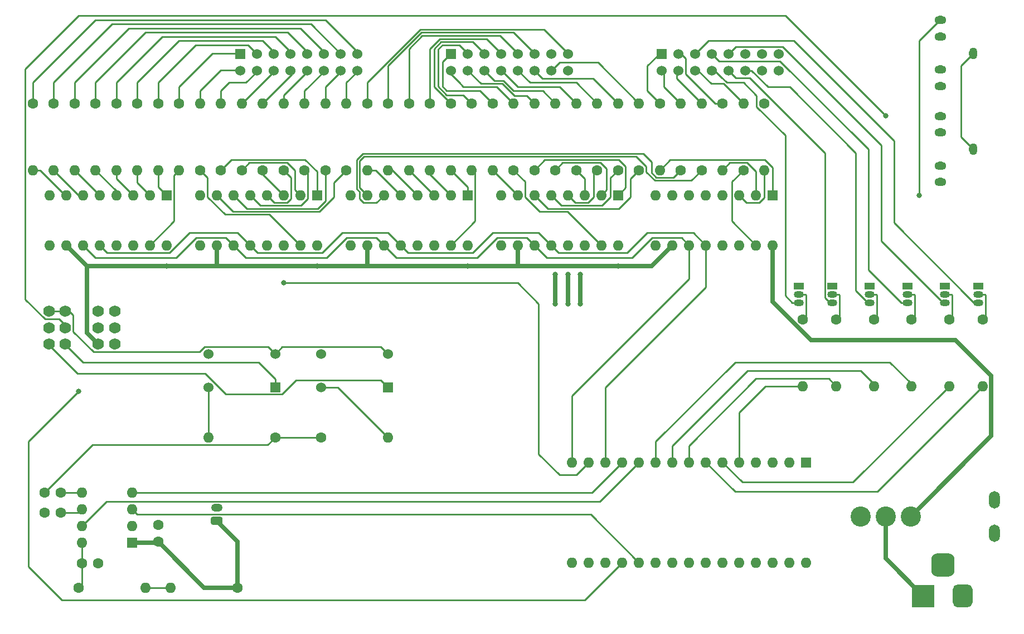
<source format=gtl>
G04 #@! TF.GenerationSoftware,KiCad,Pcbnew,(5.1.9)-1*
G04 #@! TF.CreationDate,2023-03-31T17:31:40-07:00*
G04 #@! TF.ProjectId,ECE5 v2,45434535-2076-4322-9e6b-696361645f70,rev?*
G04 #@! TF.SameCoordinates,Original*
G04 #@! TF.FileFunction,Copper,L1,Top*
G04 #@! TF.FilePolarity,Positive*
%FSLAX46Y46*%
G04 Gerber Fmt 4.6, Leading zero omitted, Abs format (unit mm)*
G04 Created by KiCad (PCBNEW (5.1.9)-1) date 2023-03-31 17:31:40*
%MOMM*%
%LPD*%
G01*
G04 APERTURE LIST*
G04 #@! TA.AperFunction,ComponentPad*
%ADD10R,3.500000X3.500000*%
G04 #@! TD*
G04 #@! TA.AperFunction,ComponentPad*
%ADD11O,1.600000X1.600000*%
G04 #@! TD*
G04 #@! TA.AperFunction,ComponentPad*
%ADD12R,1.600000X1.600000*%
G04 #@! TD*
G04 #@! TA.AperFunction,ComponentPad*
%ADD13C,1.600000*%
G04 #@! TD*
G04 #@! TA.AperFunction,ComponentPad*
%ADD14C,1.524000*%
G04 #@! TD*
G04 #@! TA.AperFunction,ComponentPad*
%ADD15R,1.524000X1.524000*%
G04 #@! TD*
G04 #@! TA.AperFunction,ComponentPad*
%ADD16O,1.778000X1.270000*%
G04 #@! TD*
G04 #@! TA.AperFunction,ComponentPad*
%ADD17O,1.270000X1.778000*%
G04 #@! TD*
G04 #@! TA.AperFunction,ComponentPad*
%ADD18O,1.750000X1.200000*%
G04 #@! TD*
G04 #@! TA.AperFunction,ComponentPad*
%ADD19R,1.500000X1.050000*%
G04 #@! TD*
G04 #@! TA.AperFunction,ComponentPad*
%ADD20O,1.500000X1.050000*%
G04 #@! TD*
G04 #@! TA.AperFunction,ComponentPad*
%ADD21C,1.762000*%
G04 #@! TD*
G04 #@! TA.AperFunction,ComponentPad*
%ADD22C,3.070000*%
G04 #@! TD*
G04 #@! TA.AperFunction,ComponentPad*
%ADD23O,1.662000X2.662000*%
G04 #@! TD*
G04 #@! TA.AperFunction,ViaPad*
%ADD24C,0.800000*%
G04 #@! TD*
G04 #@! TA.AperFunction,Conductor*
%ADD25C,0.254000*%
G04 #@! TD*
G04 #@! TA.AperFunction,Conductor*
%ADD26C,0.635000*%
G04 #@! TD*
G04 #@! TA.AperFunction,Conductor*
%ADD27C,0.250000*%
G04 #@! TD*
G04 APERTURE END LIST*
D10*
X167795000Y-120805000D03*
G04 #@! TA.AperFunction,ComponentPad*
G36*
G01*
X175295000Y-119805000D02*
X175295000Y-121805000D01*
G75*
G02*
X174545000Y-122555000I-750000J0D01*
G01*
X173045000Y-122555000D01*
G75*
G02*
X172295000Y-121805000I0J750000D01*
G01*
X172295000Y-119805000D01*
G75*
G02*
X173045000Y-119055000I750000J0D01*
G01*
X174545000Y-119055000D01*
G75*
G02*
X175295000Y-119805000I0J-750000D01*
G01*
G37*
G04 #@! TD.AperFunction*
G04 #@! TA.AperFunction,ComponentPad*
G36*
G01*
X172545000Y-115230000D02*
X172545000Y-116980000D01*
G75*
G02*
X171670000Y-117855000I-875000J0D01*
G01*
X169920000Y-117855000D01*
G75*
G02*
X169045000Y-116980000I0J875000D01*
G01*
X169045000Y-115230000D01*
G75*
G02*
X169920000Y-114355000I875000J0D01*
G01*
X171670000Y-114355000D01*
G75*
G02*
X172545000Y-115230000I0J-875000D01*
G01*
G37*
G04 #@! TD.AperFunction*
D11*
X121440000Y-67465000D03*
X103660000Y-59845000D03*
X118900000Y-67465000D03*
X106200000Y-59845000D03*
X116360000Y-67465000D03*
X108740000Y-59845000D03*
X113820000Y-67465000D03*
X111280000Y-59845000D03*
X111280000Y-67465000D03*
X113820000Y-59845000D03*
X108740000Y-67465000D03*
X116360000Y-59845000D03*
X106200000Y-67465000D03*
X118900000Y-59845000D03*
X103660000Y-67465000D03*
D12*
X121440000Y-59845000D03*
D13*
X39525000Y-119535000D03*
D11*
X49685000Y-119535000D03*
D14*
X59210000Y-89055000D03*
X59210000Y-83975000D03*
D15*
X69370000Y-89055000D03*
D14*
X69370000Y-83975000D03*
D12*
X150015000Y-100485000D03*
D11*
X116995000Y-115725000D03*
X147475000Y-100485000D03*
X119535000Y-115725000D03*
X144935000Y-100485000D03*
X122075000Y-115725000D03*
X142395000Y-100485000D03*
X124615000Y-115725000D03*
X139855000Y-100485000D03*
X127155000Y-115725000D03*
X137315000Y-100485000D03*
X129695000Y-115725000D03*
X134775000Y-100485000D03*
X132235000Y-115725000D03*
X132235000Y-100485000D03*
X134775000Y-115725000D03*
X129695000Y-100485000D03*
X137315000Y-115725000D03*
X127155000Y-100485000D03*
X139855000Y-115725000D03*
X124615000Y-100485000D03*
X142395000Y-115725000D03*
X122075000Y-100485000D03*
X144935000Y-115725000D03*
X119535000Y-100485000D03*
X147475000Y-115725000D03*
X116995000Y-100485000D03*
X150015000Y-115725000D03*
X114455000Y-100485000D03*
X114455000Y-115725000D03*
D13*
X36830000Y-105085000D03*
X34330000Y-105085000D03*
X40005000Y-115880000D03*
X42505000Y-115880000D03*
X51590000Y-110050000D03*
X51590000Y-112550000D03*
X36830000Y-108105000D03*
X34330000Y-108105000D03*
D16*
X170415000Y-33255000D03*
X170415000Y-35755000D03*
X170415000Y-40755000D03*
X170415000Y-43255000D03*
D17*
X175415000Y-38255000D03*
X175415000Y-52860000D03*
D16*
X170415000Y-57860000D03*
X170415000Y-55360000D03*
X170415000Y-50360000D03*
X170415000Y-47860000D03*
D14*
X74269914Y-40900000D03*
X71729914Y-40900000D03*
X76809914Y-40900000D03*
X79349914Y-40900000D03*
X81889914Y-40900000D03*
X69189914Y-40900000D03*
X66649914Y-40900000D03*
X64109914Y-40900000D03*
X74269914Y-38360000D03*
X76809914Y-38360000D03*
X71729914Y-38360000D03*
X79349914Y-38360000D03*
X81889914Y-38360000D03*
X69189914Y-38360000D03*
X66649914Y-38360000D03*
D15*
X64109914Y-38360000D03*
D14*
X106270000Y-40900000D03*
X103730000Y-40900000D03*
X108810000Y-40900000D03*
X111350000Y-40900000D03*
X113890000Y-40900000D03*
X101190000Y-40900000D03*
X98650000Y-40900000D03*
X96110000Y-40900000D03*
X106270000Y-38360000D03*
X108810000Y-38360000D03*
X103730000Y-38360000D03*
X111350000Y-38360000D03*
X113890000Y-38360000D03*
X101190000Y-38360000D03*
X98650000Y-38360000D03*
D15*
X96110000Y-38360000D03*
X128110086Y-38360000D03*
D14*
X130650086Y-38360000D03*
X133190086Y-38360000D03*
X145890086Y-38360000D03*
X143350086Y-38360000D03*
X135730086Y-38360000D03*
X140810086Y-38360000D03*
X138270086Y-38360000D03*
X128110086Y-40900000D03*
X130650086Y-40900000D03*
X133190086Y-40900000D03*
X145890086Y-40900000D03*
X143350086Y-40900000D03*
X140810086Y-40900000D03*
X135730086Y-40900000D03*
X138270086Y-40900000D03*
G04 #@! TA.AperFunction,ComponentPad*
G36*
G01*
X61105001Y-109975000D02*
X59854999Y-109975000D01*
G75*
G02*
X59605000Y-109725001I0J249999D01*
G01*
X59605000Y-109024999D01*
G75*
G02*
X59854999Y-108775000I249999J0D01*
G01*
X61105001Y-108775000D01*
G75*
G02*
X61355000Y-109024999I0J-249999D01*
G01*
X61355000Y-109725001D01*
G75*
G02*
X61105001Y-109975000I-249999J0D01*
G01*
G37*
G04 #@! TD.AperFunction*
D18*
X60480000Y-107375000D03*
D19*
X148900000Y-73660000D03*
D20*
X148900000Y-76200000D03*
X148900000Y-74930000D03*
D19*
X171125000Y-73660000D03*
D20*
X171125000Y-76200000D03*
X171125000Y-74930000D03*
X176205000Y-74930000D03*
X176205000Y-76200000D03*
D19*
X176205000Y-73660000D03*
D20*
X153980000Y-74930000D03*
X153980000Y-76200000D03*
D19*
X153980000Y-73660000D03*
X159695000Y-73660000D03*
D20*
X159695000Y-76200000D03*
X159695000Y-74930000D03*
X165410000Y-74930000D03*
X165410000Y-76200000D03*
D19*
X165410000Y-73660000D03*
D13*
X57940000Y-56035000D03*
D11*
X57940000Y-45875000D03*
X54765000Y-56035000D03*
D13*
X54765000Y-45875000D03*
D11*
X61115000Y-45875000D03*
D13*
X61115000Y-56035000D03*
D11*
X51590000Y-56035000D03*
D13*
X51590000Y-45875000D03*
X64290000Y-56035000D03*
D11*
X64290000Y-45875000D03*
D13*
X48415000Y-45875000D03*
D11*
X48415000Y-56035000D03*
X67465000Y-45875000D03*
D13*
X67465000Y-56035000D03*
D11*
X45240000Y-56035000D03*
D13*
X45240000Y-45875000D03*
X70640000Y-56035000D03*
D11*
X70640000Y-45875000D03*
D13*
X42065000Y-45875000D03*
D11*
X42065000Y-56035000D03*
X73815000Y-45875000D03*
D13*
X73815000Y-56035000D03*
D11*
X38890000Y-56035000D03*
D13*
X38890000Y-45875000D03*
X76355000Y-96675000D03*
D11*
X86515000Y-96675000D03*
X59210000Y-96675000D03*
D13*
X69370000Y-96675000D03*
X76990000Y-56035000D03*
D11*
X76990000Y-45875000D03*
D13*
X35715000Y-45875000D03*
D11*
X35715000Y-56035000D03*
X80165000Y-45875000D03*
D13*
X80165000Y-56035000D03*
D11*
X32540000Y-56035000D03*
D13*
X32540000Y-45875000D03*
X63655000Y-119535000D03*
D11*
X53495000Y-119535000D03*
X105565000Y-45875000D03*
D13*
X105565000Y-56035000D03*
X102390000Y-45875000D03*
D11*
X102390000Y-56035000D03*
D13*
X108740000Y-56035000D03*
D11*
X108740000Y-45875000D03*
D13*
X99215000Y-45875000D03*
D11*
X99215000Y-56035000D03*
D13*
X111915000Y-56035000D03*
D11*
X111915000Y-45875000D03*
D13*
X96040000Y-45875000D03*
D11*
X96040000Y-56035000D03*
X115090000Y-45875000D03*
D13*
X115090000Y-56035000D03*
D11*
X92865000Y-56035000D03*
D13*
X92865000Y-45875000D03*
D11*
X118265000Y-45875000D03*
D13*
X118265000Y-56035000D03*
D11*
X89690000Y-56035000D03*
D13*
X89690000Y-45875000D03*
X121440000Y-56035000D03*
D11*
X121440000Y-45875000D03*
X86515000Y-56035000D03*
D13*
X86515000Y-45875000D03*
D11*
X124615000Y-45875000D03*
D13*
X124615000Y-56035000D03*
X83340000Y-45875000D03*
D11*
X83340000Y-56035000D03*
X130965000Y-45875000D03*
D13*
X130965000Y-56035000D03*
D11*
X127790000Y-56035000D03*
D13*
X127790000Y-45875000D03*
X134140000Y-56035000D03*
D11*
X134140000Y-45875000D03*
D13*
X137315000Y-45875000D03*
D11*
X137315000Y-56035000D03*
X140490000Y-45875000D03*
D13*
X140490000Y-56035000D03*
D11*
X143665000Y-56035000D03*
D13*
X143665000Y-45875000D03*
X149535000Y-78740000D03*
D11*
X149535000Y-88900000D03*
X171760000Y-88900000D03*
D13*
X171760000Y-78740000D03*
X176840000Y-78740000D03*
D11*
X176840000Y-88900000D03*
D13*
X154615000Y-78740000D03*
D11*
X154615000Y-88900000D03*
X160330000Y-88900000D03*
D13*
X160330000Y-78740000D03*
X166045000Y-78740000D03*
D11*
X166045000Y-88900000D03*
D21*
X42494900Y-79999900D03*
X42494900Y-77499900D03*
X42494900Y-82499900D03*
X44994900Y-77499900D03*
X44994900Y-79999900D03*
X44994900Y-82499900D03*
X37494900Y-82499900D03*
X34994900Y-77499900D03*
X34994900Y-79999900D03*
X37494900Y-79999900D03*
X34994900Y-82499900D03*
X37494900Y-77499900D03*
D22*
X165890000Y-108740000D03*
X162080000Y-108740000D03*
X158270000Y-108740000D03*
D23*
X178590000Y-111280000D03*
X178590000Y-106200000D03*
D14*
X86515000Y-83975000D03*
D15*
X86515000Y-89055000D03*
D14*
X76355000Y-83975000D03*
X76355000Y-89055000D03*
D12*
X75720000Y-59845000D03*
D11*
X57940000Y-67465000D03*
X73180000Y-59845000D03*
X60480000Y-67465000D03*
X70640000Y-59845000D03*
X63020000Y-67465000D03*
X68100000Y-59845000D03*
X65560000Y-67465000D03*
X65560000Y-59845000D03*
X68100000Y-67465000D03*
X63020000Y-59845000D03*
X70640000Y-67465000D03*
X60480000Y-59845000D03*
X73180000Y-67465000D03*
X57940000Y-59845000D03*
X75720000Y-67465000D03*
X52860000Y-67465000D03*
X35080000Y-59845000D03*
X50320000Y-67465000D03*
X37620000Y-59845000D03*
X47780000Y-67465000D03*
X40160000Y-59845000D03*
X45240000Y-67465000D03*
X42700000Y-59845000D03*
X42700000Y-67465000D03*
X45240000Y-59845000D03*
X40160000Y-67465000D03*
X47780000Y-59845000D03*
X37620000Y-67465000D03*
X50320000Y-59845000D03*
X35080000Y-67465000D03*
D12*
X52860000Y-59845000D03*
X47625000Y-112705000D03*
D11*
X40005000Y-105085000D03*
X47625000Y-110165000D03*
X40005000Y-107625000D03*
X47625000Y-107625000D03*
X40005000Y-110165000D03*
X47625000Y-105085000D03*
X40005000Y-112705000D03*
D12*
X98580000Y-59845000D03*
D11*
X80800000Y-67465000D03*
X96040000Y-59845000D03*
X83340000Y-67465000D03*
X93500000Y-59845000D03*
X85880000Y-67465000D03*
X90960000Y-59845000D03*
X88420000Y-67465000D03*
X88420000Y-59845000D03*
X90960000Y-67465000D03*
X85880000Y-59845000D03*
X93500000Y-67465000D03*
X83340000Y-59845000D03*
X96040000Y-67465000D03*
X80800000Y-59845000D03*
X98580000Y-67465000D03*
D12*
X144935000Y-59845000D03*
D11*
X127155000Y-67465000D03*
X142395000Y-59845000D03*
X129695000Y-67465000D03*
X139855000Y-59845000D03*
X132235000Y-67465000D03*
X137315000Y-59845000D03*
X134775000Y-67465000D03*
X134775000Y-59845000D03*
X137315000Y-67465000D03*
X132235000Y-59845000D03*
X139855000Y-67465000D03*
X129695000Y-59845000D03*
X142395000Y-67465000D03*
X127155000Y-59845000D03*
X144935000Y-67465000D03*
D24*
X39525000Y-89690000D03*
X111915000Y-71910000D03*
X113820000Y-71910000D03*
X115725000Y-71910000D03*
X111915000Y-76355000D03*
X113820000Y-76355000D03*
X115725000Y-76355000D03*
X70640000Y-73180000D03*
X52860000Y-70640000D03*
X75720000Y-70640000D03*
X121440000Y-70640000D03*
X98580000Y-70640000D03*
X167160000Y-59845000D03*
X162080000Y-47780000D03*
D25*
X116360000Y-121440000D02*
X122075000Y-115725000D01*
X36985000Y-121440000D02*
X116360000Y-121440000D01*
X31905000Y-116360000D02*
X36985000Y-121440000D01*
X31905000Y-97310000D02*
X31905000Y-116360000D01*
X39525000Y-89690000D02*
X31905000Y-97310000D01*
D26*
X111915000Y-76355000D02*
X111915000Y-71910000D01*
X113820000Y-76355000D02*
X113820000Y-71910000D01*
X115725000Y-76355000D02*
X115725000Y-71910000D01*
D25*
X48424999Y-108424999D02*
X117314999Y-108424999D01*
X47625000Y-107625000D02*
X48424999Y-108424999D01*
X117314999Y-108424999D02*
X124615000Y-115725000D01*
X149535000Y-88900000D02*
X147955000Y-88900000D01*
X149535000Y-88900000D02*
X143820000Y-88900000D01*
X143820000Y-88900000D02*
X139855000Y-92865000D01*
X139855000Y-92865000D02*
X139855000Y-100485000D01*
X157142999Y-103517001D02*
X171605000Y-89055000D01*
X147967001Y-103517001D02*
X140347001Y-103517001D01*
X147967001Y-103517001D02*
X157142999Y-103517001D01*
X140347001Y-103517001D02*
X137315000Y-100485000D01*
X160810000Y-104930000D02*
X162080000Y-103660000D01*
X162080000Y-103660000D02*
X176685000Y-89055000D01*
X134775000Y-100485000D02*
X139220000Y-104930000D01*
X139220000Y-104930000D02*
X160810000Y-104930000D01*
X154615000Y-88900000D02*
X153487999Y-87772999D01*
X132235000Y-100485000D02*
X132235000Y-97945000D01*
X142407001Y-87772999D02*
X144922999Y-87772999D01*
X132235000Y-97945000D02*
X142407001Y-87772999D01*
X153487999Y-87772999D02*
X144922999Y-87772999D01*
X160175000Y-88420000D02*
X158270000Y-86515000D01*
X160810000Y-88420000D02*
X160175000Y-88420000D01*
X129695000Y-100485000D02*
X129695000Y-97945000D01*
X141125000Y-86515000D02*
X141760000Y-86515000D01*
X129695000Y-97945000D02*
X141125000Y-86515000D01*
X158270000Y-86515000D02*
X141760000Y-86515000D01*
X165890000Y-88420000D02*
X162715000Y-85245000D01*
X127155000Y-100485000D02*
X127155000Y-97310000D01*
X139220000Y-85245000D02*
X141125000Y-85245000D01*
X127155000Y-97310000D02*
X139220000Y-85245000D01*
X162715000Y-85245000D02*
X141125000Y-85245000D01*
X43335000Y-106835000D02*
X40005000Y-110165000D01*
X43722010Y-106447990D02*
X43335000Y-106835000D01*
X118652010Y-106447990D02*
X124615000Y-100485000D01*
X118652010Y-106447990D02*
X43722010Y-106447990D01*
X47625000Y-105085000D02*
X117475000Y-105085000D01*
X117475000Y-105085000D02*
X122075000Y-100485000D01*
X119535000Y-100485000D02*
X119535000Y-89055000D01*
X119535000Y-89055000D02*
X134775000Y-73815000D01*
X134775000Y-73815000D02*
X134775000Y-67465000D01*
X43827001Y-68592001D02*
X42700000Y-67465000D01*
X65560000Y-67465000D02*
X66687001Y-68592001D01*
X110152999Y-66337999D02*
X111280000Y-67465000D01*
X56384002Y-65560000D02*
X53352001Y-68592001D01*
X63655000Y-65560000D02*
X56384002Y-65560000D01*
X65560000Y-67465000D02*
X63655000Y-65560000D01*
X53352001Y-68592001D02*
X43827001Y-68592001D01*
X53400961Y-68592001D02*
X53352001Y-68592001D01*
X76497999Y-68592001D02*
X73322999Y-68592001D01*
X79530000Y-65560000D02*
X76497999Y-68592001D01*
X86515000Y-65560000D02*
X79530000Y-65560000D01*
X88420000Y-67465000D02*
X86515000Y-65560000D01*
X73322999Y-68592001D02*
X73720961Y-68592001D01*
X66687001Y-68592001D02*
X73322999Y-68592001D01*
X89547001Y-68592001D02*
X99357999Y-68592001D01*
X88420000Y-67465000D02*
X89547001Y-68592001D01*
X99357999Y-68592001D02*
X102390000Y-65560000D01*
X109375000Y-65560000D02*
X110152999Y-66337999D01*
X102390000Y-65560000D02*
X109375000Y-65560000D01*
X112407001Y-68592001D02*
X111280000Y-67465000D01*
X122852999Y-68592001D02*
X112407001Y-68592001D01*
X125885000Y-65560000D02*
X122852999Y-68592001D01*
X132870000Y-65560000D02*
X125885000Y-65560000D01*
X134775000Y-67465000D02*
X132870000Y-65560000D01*
X70640000Y-73180000D02*
X70640000Y-73180000D01*
X84610000Y-73180000D02*
X70640000Y-73180000D01*
X106200000Y-73180000D02*
X84610000Y-73180000D01*
X109375000Y-76355000D02*
X106200000Y-73180000D01*
X109375000Y-99215000D02*
X109375000Y-76355000D01*
X115090000Y-102390000D02*
X112550000Y-102390000D01*
X112550000Y-102390000D02*
X109375000Y-99215000D01*
X116995000Y-100485000D02*
X115090000Y-102390000D01*
X40160000Y-67465000D02*
X41741011Y-69046011D01*
X41741011Y-69046011D02*
X42065000Y-69370000D01*
X57399039Y-66337999D02*
X61892999Y-66337999D01*
X54367038Y-69370000D02*
X57399039Y-66337999D01*
X42065000Y-69370000D02*
X54367038Y-69370000D01*
X61892999Y-66337999D02*
X63020000Y-67465000D01*
X64925000Y-69370000D02*
X64290000Y-68735000D01*
X77227038Y-69370000D02*
X64925000Y-69370000D01*
X80259039Y-66337999D02*
X77227038Y-69370000D01*
X84752999Y-66337999D02*
X80259039Y-66337999D01*
X64290000Y-68735000D02*
X63020000Y-67465000D01*
X85880000Y-67465000D02*
X84752999Y-66337999D01*
X107612999Y-66337999D02*
X103119039Y-66337999D01*
X103119039Y-66337999D02*
X101755000Y-67702038D01*
X108740000Y-67465000D02*
X107612999Y-66337999D01*
X101755000Y-67702038D02*
X100087038Y-69370000D01*
X100087038Y-69370000D02*
X87785000Y-69370000D01*
X87785000Y-69370000D02*
X85880000Y-67465000D01*
X108740000Y-67465000D02*
X110645000Y-69370000D01*
X126614039Y-66337999D02*
X131107999Y-66337999D01*
X123582038Y-69370000D02*
X126614039Y-66337999D01*
X110645000Y-69370000D02*
X123582038Y-69370000D01*
X131107999Y-66337999D02*
X132235000Y-67465000D01*
X114455000Y-100485000D02*
X114455000Y-90325000D01*
X114455000Y-90325000D02*
X132235000Y-72545000D01*
X132235000Y-72545000D02*
X132235000Y-67465000D01*
X36830000Y-105085000D02*
X40005000Y-105085000D01*
X76355000Y-96675000D02*
X69370000Y-96675000D01*
X69370000Y-96675000D02*
X68242999Y-97802001D01*
X41612999Y-97802001D02*
X47922999Y-97802001D01*
X34330000Y-105085000D02*
X41612999Y-97802001D01*
X47922999Y-97802001D02*
X46652999Y-97802001D01*
X68242999Y-97802001D02*
X47922999Y-97802001D01*
X40005000Y-112705000D02*
X40005000Y-115570000D01*
X40005000Y-115880000D02*
X40005000Y-119055000D01*
X40005000Y-119055000D02*
X39525000Y-119535000D01*
D26*
X47625000Y-112705000D02*
X51435000Y-112705000D01*
X63655000Y-119535000D02*
X58575000Y-119535000D01*
X58575000Y-119535000D02*
X51590000Y-112550000D01*
X63655000Y-119535000D02*
X63655000Y-112550000D01*
X63020000Y-111915000D02*
X60480000Y-109375000D01*
X62385000Y-111280000D02*
X63020000Y-111915000D01*
X63020000Y-111915000D02*
X63655000Y-112550000D01*
X52860000Y-70640000D02*
X56670000Y-70640000D01*
X56670000Y-70640000D02*
X57305000Y-70640000D01*
X126520000Y-70640000D02*
X129695000Y-67465000D01*
X60480000Y-70640000D02*
X60480000Y-67465000D01*
X56670000Y-70640000D02*
X60480000Y-70640000D01*
X60480000Y-70640000D02*
X75720000Y-70640000D01*
X106200000Y-67465000D02*
X106200000Y-70640000D01*
X106200000Y-70640000D02*
X121440000Y-70640000D01*
X121440000Y-70640000D02*
X126520000Y-70640000D01*
X178157501Y-87352501D02*
X178157501Y-96472499D01*
X178157501Y-96472499D02*
X165890000Y-108740000D01*
X172742451Y-81937451D02*
X178157501Y-87352501D01*
X150782549Y-81937451D02*
X172742451Y-81937451D01*
X144935000Y-76089902D02*
X150782549Y-81937451D01*
X144935000Y-67465000D02*
X144935000Y-76089902D01*
X98580000Y-70640000D02*
X106200000Y-70640000D01*
X83340000Y-67465000D02*
X83340000Y-70640000D01*
X83340000Y-70640000D02*
X98580000Y-70640000D01*
X75720000Y-70640000D02*
X83340000Y-70640000D01*
X40795000Y-70640000D02*
X37620000Y-67465000D01*
X40795000Y-70640000D02*
X52860000Y-70640000D01*
X40795000Y-80800000D02*
X41430000Y-81435000D01*
X40795000Y-70640000D02*
X40795000Y-80800000D01*
X41430000Y-81435000D02*
X42700000Y-82705000D01*
D25*
X36830000Y-108105000D02*
X39525000Y-108105000D01*
X39525000Y-108105000D02*
X40160000Y-107470000D01*
X70640000Y-45875000D02*
X70640000Y-44605000D01*
X70640000Y-44605000D02*
X74450000Y-40795000D01*
X67465000Y-45875000D02*
X71910000Y-41430000D01*
X71910000Y-41430000D02*
X71910000Y-40795000D01*
X73815000Y-45875000D02*
X73815000Y-43970000D01*
X73815000Y-43970000D02*
X76990000Y-40795000D01*
X76990000Y-45875000D02*
X76990000Y-43970000D01*
X76990000Y-43970000D02*
X76990000Y-43335000D01*
X76990000Y-43335000D02*
X79530000Y-40795000D01*
X78895000Y-41430000D02*
X79530000Y-40795000D01*
X80165000Y-45875000D02*
X80165000Y-42700000D01*
X80165000Y-42700000D02*
X82070000Y-40795000D01*
X64290000Y-45875000D02*
X69370000Y-40795000D01*
X61115000Y-45875000D02*
X61115000Y-43970000D01*
X61115000Y-43970000D02*
X62385000Y-42700000D01*
X62385000Y-42700000D02*
X64925000Y-42700000D01*
X64925000Y-42700000D02*
X66830000Y-40795000D01*
X57940000Y-45875000D02*
X57940000Y-43970000D01*
X57940000Y-43970000D02*
X61115000Y-40795000D01*
X61115000Y-40795000D02*
X64290000Y-40795000D01*
X42065000Y-45875000D02*
X42065000Y-42700000D01*
X42065000Y-42700000D02*
X49685000Y-35080000D01*
X49685000Y-35080000D02*
X71275000Y-35080000D01*
X71275000Y-35080000D02*
X74450000Y-38255000D01*
X38890000Y-45875000D02*
X38890000Y-42700000D01*
X38890000Y-42700000D02*
X47145000Y-34445000D01*
X47145000Y-34445000D02*
X73180000Y-34445000D01*
X73180000Y-34445000D02*
X76990000Y-38255000D01*
X45240000Y-45875000D02*
X45240000Y-42700000D01*
X45240000Y-42700000D02*
X52225000Y-35715000D01*
X52225000Y-35715000D02*
X69370000Y-35715000D01*
X69370000Y-35715000D02*
X71910000Y-38255000D01*
X35715000Y-42700000D02*
X35715000Y-45875000D01*
X44605000Y-33810000D02*
X35715000Y-42700000D01*
X74799914Y-33810000D02*
X44605000Y-33810000D01*
X79349914Y-38360000D02*
X74799914Y-33810000D01*
X32540000Y-45875000D02*
X32540000Y-42700000D01*
X32540000Y-42700000D02*
X42065000Y-33175000D01*
X42065000Y-33175000D02*
X76990000Y-33175000D01*
X76990000Y-33175000D02*
X82070000Y-38255000D01*
X48415000Y-45875000D02*
X48415000Y-42700000D01*
X48415000Y-42700000D02*
X54765000Y-36350000D01*
X54765000Y-36350000D02*
X66251636Y-36350000D01*
X66251636Y-36350000D02*
X67465000Y-36350000D01*
X67465000Y-36350000D02*
X69370000Y-38255000D01*
X51590000Y-45875000D02*
X51590000Y-43335000D01*
X51590000Y-43335000D02*
X51590000Y-42700000D01*
X66649914Y-38360000D02*
X65274914Y-36985000D01*
X57305000Y-36985000D02*
X51590000Y-42700000D01*
X65274914Y-36985000D02*
X57305000Y-36985000D01*
X54765000Y-45875000D02*
X54765000Y-43335000D01*
X54765000Y-43335000D02*
X59845000Y-38255000D01*
X59845000Y-38255000D02*
X64290000Y-38255000D01*
X95020999Y-39274001D02*
X96040000Y-38255000D01*
X100485000Y-43970000D02*
X95419132Y-43970000D01*
X102390000Y-45875000D02*
X100485000Y-43970000D01*
X95419132Y-43970000D02*
X94777066Y-43327934D01*
X94777066Y-43327934D02*
X94770000Y-43320868D01*
X94770000Y-43320868D02*
X94770000Y-39525000D01*
X94770000Y-39525000D02*
X96040000Y-38255000D01*
D27*
X99215000Y-45875000D02*
X99850000Y-45875000D01*
D25*
X94135000Y-37620000D02*
X94135000Y-42700000D01*
X94770000Y-36985000D02*
X94135000Y-37620000D01*
X97310000Y-36985000D02*
X94770000Y-36985000D01*
X98650000Y-38325000D02*
X97310000Y-36985000D01*
X98650000Y-38360000D02*
X98650000Y-38325000D01*
X94135000Y-42700000D02*
X94135000Y-43327934D01*
X94135000Y-43327934D02*
X95412066Y-44605000D01*
X95412066Y-44605000D02*
X97945000Y-44605000D01*
X97945000Y-44605000D02*
X99215000Y-45875000D01*
X96040000Y-45875000D02*
X93500000Y-43335000D01*
X94581943Y-36530990D02*
X99395990Y-36530990D01*
X93500000Y-37612934D02*
X94581943Y-36530990D01*
X93500000Y-43335000D02*
X93500000Y-37612934D01*
X99395990Y-36530990D02*
X101120000Y-38255000D01*
X83340000Y-45875000D02*
X83340000Y-42700000D01*
X83340000Y-42700000D02*
X90960000Y-35080000D01*
X91414010Y-34625990D02*
X110190990Y-34625990D01*
X90960000Y-35080000D02*
X91414010Y-34625990D01*
X110190990Y-34625990D02*
X113820000Y-38255000D01*
X92865000Y-37605866D02*
X94393886Y-36076980D01*
X92865000Y-45875000D02*
X92865000Y-37605866D01*
X94393886Y-36076980D02*
X95405000Y-36076980D01*
X95405000Y-36076980D02*
X101481980Y-36076980D01*
X101481980Y-36076980D02*
X103660000Y-38255000D01*
X105565000Y-35080000D02*
X108740000Y-38255000D01*
X91602066Y-35080000D02*
X105565000Y-35080000D01*
X86515000Y-40167066D02*
X91602066Y-35080000D01*
X86515000Y-45875000D02*
X86515000Y-40167066D01*
X103567970Y-35622970D02*
X106200000Y-38255000D01*
X91701162Y-35622970D02*
X103567970Y-35622970D01*
X89690000Y-37634132D02*
X91701162Y-35622970D01*
X89690000Y-45875000D02*
X89690000Y-37634132D01*
X97490990Y-42880990D02*
X96040000Y-41430000D01*
X96040000Y-41430000D02*
X96040000Y-40795000D01*
X97945000Y-43335000D02*
X96040000Y-41430000D01*
X97945000Y-43335000D02*
X103025000Y-43335000D01*
X103025000Y-43335000D02*
X105565000Y-45875000D01*
X100630990Y-42880990D02*
X103840990Y-42880990D01*
X98650000Y-40900000D02*
X100630990Y-42880990D01*
X105707999Y-44747999D02*
X107612999Y-44747999D01*
X103840990Y-42880990D02*
X105707999Y-44747999D01*
X107612999Y-44747999D02*
X108740000Y-45875000D01*
X102716980Y-42426980D02*
X101190000Y-40900000D01*
X104029047Y-42426980D02*
X102716980Y-42426980D01*
X105568533Y-43966467D02*
X104029047Y-42426980D01*
X110006467Y-43966467D02*
X105568533Y-43966467D01*
X111915000Y-45875000D02*
X110006467Y-43966467D01*
X112598000Y-39652000D02*
X112193000Y-40057000D01*
X118392000Y-39652000D02*
X112598000Y-39652000D01*
X112193000Y-40057000D02*
X111350000Y-40900000D01*
X124615000Y-45875000D02*
X118392000Y-39652000D01*
X108810000Y-40900000D02*
X109975000Y-42065000D01*
X109975000Y-42065000D02*
X117630000Y-42065000D01*
X117630000Y-42065000D02*
X121440000Y-45875000D01*
X106200000Y-43335000D02*
X103660000Y-40795000D01*
X112550000Y-43335000D02*
X106200000Y-43335000D01*
X115090000Y-45875000D02*
X112550000Y-43335000D01*
X106270000Y-40900000D02*
X108070000Y-42700000D01*
X108070000Y-42700000D02*
X115090000Y-42700000D01*
X115090000Y-42700000D02*
X118265000Y-45875000D01*
D26*
X167795000Y-120805000D02*
X162080000Y-115090000D01*
X162080000Y-115090000D02*
X162080000Y-108740000D01*
D25*
X152902990Y-53445028D02*
X152902990Y-75432990D01*
X141446963Y-41989001D02*
X152902990Y-53445028D01*
X139359087Y-41989001D02*
X141446963Y-41989001D01*
X138270086Y-40900000D02*
X139359087Y-41989001D01*
X152902990Y-75432990D02*
X153825000Y-76355000D01*
X147896000Y-76200000D02*
X146840000Y-75144000D01*
X148900000Y-76200000D02*
X147896000Y-76200000D01*
X146840000Y-75144000D02*
X146840000Y-50717962D01*
X137239001Y-41989001D02*
X136045000Y-40795000D01*
X142513519Y-46391481D02*
X142513519Y-44723519D01*
X146840000Y-50717962D02*
X142513519Y-46391481D01*
X142513519Y-44723519D02*
X140490000Y-42700000D01*
X137957066Y-42700000D02*
X136052066Y-40795000D01*
X140490000Y-42700000D02*
X137957066Y-42700000D01*
X136052066Y-40795000D02*
X136045000Y-40795000D01*
X144236682Y-43398318D02*
X141738364Y-40900000D01*
X141738364Y-40900000D02*
X140810086Y-40900000D01*
X147538318Y-43398318D02*
X144236682Y-43398318D01*
X157571682Y-74386682D02*
X157571682Y-53431682D01*
X157571682Y-53431682D02*
X147538318Y-43398318D01*
X159540000Y-76355000D02*
X157571682Y-74386682D01*
X137495991Y-42880991D02*
X135590991Y-42880991D01*
X140490000Y-45875000D02*
X137495991Y-42880991D01*
X135590991Y-42880991D02*
X133505000Y-40795000D01*
X134140000Y-45875000D02*
X132235000Y-43970000D01*
X132235000Y-43970000D02*
X130330000Y-42065000D01*
X130330000Y-42065000D02*
X130330000Y-41430000D01*
X130965000Y-45875000D02*
X128425000Y-43335000D01*
X128425000Y-43335000D02*
X128425000Y-40795000D01*
X139359087Y-37270999D02*
X138270086Y-38360000D01*
X146412807Y-37270999D02*
X139359087Y-37270999D01*
X161405904Y-52264096D02*
X146412807Y-37270999D01*
X161405904Y-66790904D02*
X161405904Y-52264096D01*
X170970000Y-76355000D02*
X161405904Y-66790904D01*
X136819087Y-39449001D02*
X135730086Y-38360000D01*
X146050809Y-39449001D02*
X136819087Y-39449001D01*
X158230904Y-51629096D02*
X146050809Y-39449001D01*
X159500904Y-71235904D02*
X159500904Y-52899096D01*
X164465000Y-76200000D02*
X159500904Y-71235904D01*
X165410000Y-76200000D02*
X164465000Y-76200000D01*
X158230904Y-51629096D02*
X159500904Y-52899096D01*
X163350000Y-64021398D02*
X175110612Y-75782010D01*
X163350000Y-51590000D02*
X163350000Y-64021398D01*
X148110000Y-36350000D02*
X163350000Y-51590000D01*
X135200086Y-36350000D02*
X148110000Y-36350000D01*
X133190086Y-38360000D02*
X135200086Y-36350000D01*
X175528602Y-76200000D02*
X175110612Y-75782010D01*
X176205000Y-76200000D02*
X175528602Y-76200000D01*
X130330000Y-38255000D02*
X130965000Y-38255000D01*
X131739087Y-41430457D02*
X131739087Y-39029087D01*
X136183630Y-45875000D02*
X131739087Y-41430457D01*
X137315000Y-45875000D02*
X136183630Y-45875000D01*
X131739087Y-39029087D02*
X130965000Y-38255000D01*
X127790000Y-45875000D02*
X126990001Y-45075001D01*
X126990001Y-45075001D02*
X125885000Y-43970000D01*
X125885000Y-43970000D02*
X125885000Y-40160000D01*
X125885000Y-40160000D02*
X127790000Y-38255000D01*
X149977010Y-75003010D02*
X149977010Y-78297990D01*
X149904000Y-74930000D02*
X149977010Y-75003010D01*
X148900000Y-74930000D02*
X149904000Y-74930000D01*
X149977010Y-78297990D02*
X149380000Y-78895000D01*
X172202010Y-75003010D02*
X172202010Y-78297990D01*
X172129000Y-74930000D02*
X172202010Y-75003010D01*
X171125000Y-74930000D02*
X172129000Y-74930000D01*
X172202010Y-78297990D02*
X171605000Y-78895000D01*
X171125000Y-74930000D02*
X172085000Y-74930000D01*
X177282010Y-75003010D02*
X177282010Y-78297990D01*
X177209000Y-74930000D02*
X177282010Y-75003010D01*
X176205000Y-74930000D02*
X177209000Y-74930000D01*
X177282010Y-78297990D02*
X176685000Y-78895000D01*
X155057010Y-75003010D02*
X155057010Y-78297990D01*
X154984000Y-74930000D02*
X155057010Y-75003010D01*
X153980000Y-74930000D02*
X154984000Y-74930000D01*
X155057010Y-78297990D02*
X154460000Y-78895000D01*
X160772010Y-75003010D02*
X160772010Y-78297990D01*
X160699000Y-74930000D02*
X160772010Y-75003010D01*
X159695000Y-74930000D02*
X160699000Y-74930000D01*
X160772010Y-78297990D02*
X160734020Y-78260000D01*
X160734020Y-78260000D02*
X160734020Y-78335980D01*
X160734020Y-78335980D02*
X160175000Y-78895000D01*
X166487010Y-75003010D02*
X166487010Y-78297990D01*
X166414000Y-74930000D02*
X166487010Y-75003010D01*
X165410000Y-74930000D02*
X166414000Y-74930000D01*
X166487010Y-78297990D02*
X165890000Y-78895000D01*
X59067001Y-60099963D02*
X59067001Y-57162001D01*
X61755079Y-62788041D02*
X59067001Y-60099963D01*
X68503041Y-62788041D02*
X61755079Y-62788041D01*
X73180000Y-67465000D02*
X68503041Y-62788041D01*
X59067001Y-57162001D02*
X57940000Y-56035000D01*
X53987001Y-63797999D02*
X53987001Y-56812999D01*
X50320000Y-67465000D02*
X53987001Y-63797999D01*
X53987001Y-56812999D02*
X54765000Y-56035000D01*
X73901925Y-54453964D02*
X62696036Y-54453964D01*
X75720000Y-56272038D02*
X73901925Y-54453964D01*
X75720000Y-59845000D02*
X75720000Y-56272038D01*
X62696036Y-54453964D02*
X61115000Y-56035000D01*
X51590000Y-56035000D02*
X51590000Y-58575000D01*
X51590000Y-58575000D02*
X52860000Y-59845000D01*
X71180961Y-54907999D02*
X65417001Y-54907999D01*
X72380001Y-56107039D02*
X71180961Y-54907999D01*
X72380001Y-59045001D02*
X72380001Y-56107039D01*
X73180000Y-59845000D02*
X72380001Y-59045001D01*
X65417001Y-54907999D02*
X64290000Y-56035000D01*
X48415000Y-56035000D02*
X48415000Y-57940000D01*
X48415000Y-57940000D02*
X50320000Y-59845000D01*
X70640000Y-59845000D02*
X67465000Y-56670000D01*
X67465000Y-56670000D02*
X67465000Y-56035000D01*
X45240000Y-56035000D02*
X45240000Y-57305000D01*
X45240000Y-57305000D02*
X47780000Y-59845000D01*
X71180961Y-60972001D02*
X69227001Y-60972001D01*
X71767001Y-60385961D02*
X71180961Y-60972001D01*
X71767001Y-57162001D02*
X71767001Y-60385961D01*
X70640000Y-56035000D02*
X71767001Y-57162001D01*
X69227001Y-60972001D02*
X68100000Y-59845000D01*
X42065000Y-56035000D02*
X45240000Y-59210000D01*
X45240000Y-59210000D02*
X45240000Y-59845000D01*
X74307001Y-60385961D02*
X74307001Y-56527001D01*
X73266951Y-61426011D02*
X74307001Y-60385961D01*
X67141011Y-61426011D02*
X73266951Y-61426011D01*
X65560000Y-59845000D02*
X67141011Y-61426011D01*
X74307001Y-56527001D02*
X73815000Y-56035000D01*
X38890000Y-56035000D02*
X42700000Y-59845000D01*
X76355000Y-89055000D02*
X78895000Y-89055000D01*
X78895000Y-89055000D02*
X86515000Y-96675000D01*
X59210000Y-96675000D02*
X59210000Y-89055000D01*
X75873581Y-61880021D02*
X76990000Y-60763602D01*
X65055021Y-61880021D02*
X75873581Y-61880021D01*
X63020000Y-59845000D02*
X65055021Y-61880021D01*
X76990000Y-60763602D02*
X76990000Y-56035000D01*
X35715000Y-56035000D02*
X39525000Y-59845000D01*
X39525000Y-59845000D02*
X40160000Y-59845000D01*
X76061638Y-62334031D02*
X78260000Y-60135669D01*
X62969031Y-62334031D02*
X76061638Y-62334031D01*
X60480000Y-59845000D02*
X62969031Y-62334031D01*
X78260000Y-60135669D02*
X78260000Y-57940000D01*
X78260000Y-57940000D02*
X80165000Y-56035000D01*
X33671370Y-56035000D02*
X37481370Y-59845000D01*
X32540000Y-56035000D02*
X33671370Y-56035000D01*
X37481370Y-59845000D02*
X37620000Y-59845000D01*
X49685000Y-119535000D02*
X53495000Y-119535000D01*
X107327001Y-60099963D02*
X107327001Y-57797001D01*
X109561069Y-62334031D02*
X107327001Y-60099963D01*
X113769031Y-62334031D02*
X109561069Y-62334031D01*
X118900000Y-67465000D02*
X113769031Y-62334031D01*
X107327001Y-57797001D02*
X105565000Y-56035000D01*
X106200000Y-59845000D02*
X102390000Y-56035000D01*
X122567001Y-55494039D02*
X121526951Y-54453989D01*
X122567001Y-58717999D02*
X122567001Y-55494039D01*
X121526951Y-54453989D02*
X110321011Y-54453989D01*
X121440000Y-59845000D02*
X122567001Y-58717999D01*
X110321011Y-54453989D02*
X108740000Y-56035000D01*
X99707001Y-63797999D02*
X99707001Y-56527001D01*
X96040000Y-67465000D02*
X99707001Y-63797999D01*
X99707001Y-56527001D02*
X99215000Y-56035000D01*
X118805961Y-54907999D02*
X113042001Y-54907999D01*
X119699999Y-55802037D02*
X118805961Y-54907999D01*
X119699999Y-59045001D02*
X119699999Y-55802037D01*
X118900000Y-59845000D02*
X119699999Y-59045001D01*
X113042001Y-54907999D02*
X111915000Y-56035000D01*
X98580000Y-59845000D02*
X98580000Y-58575000D01*
X98580000Y-58575000D02*
X96040000Y-56035000D01*
X116360000Y-59845000D02*
X116360000Y-57305000D01*
X116360000Y-57305000D02*
X115090000Y-56035000D01*
X96040000Y-59845000D02*
X92865000Y-56670000D01*
X92865000Y-56670000D02*
X92865000Y-56035000D01*
X117772999Y-60099963D02*
X117772999Y-56527001D01*
X116900961Y-60972001D02*
X117772999Y-60099963D01*
X114947001Y-60972001D02*
X116900961Y-60972001D01*
X113820000Y-59845000D02*
X114947001Y-60972001D01*
X117772999Y-56527001D02*
X118265000Y-56035000D01*
X93500000Y-59845000D02*
X89690000Y-56035000D01*
X120312999Y-60099963D02*
X120312999Y-57162001D01*
X118986951Y-61426011D02*
X120312999Y-60099963D01*
X112861011Y-61426011D02*
X118986951Y-61426011D01*
X111280000Y-59845000D02*
X112861011Y-61426011D01*
X120312999Y-57162001D02*
X121440000Y-56035000D01*
X90960000Y-59845000D02*
X87150000Y-56035000D01*
X87150000Y-56035000D02*
X86515000Y-56035000D01*
X108740000Y-59845000D02*
X110775021Y-61880021D01*
X110775021Y-61880021D02*
X120935021Y-61880021D01*
X121593581Y-61880021D02*
X123345000Y-60128602D01*
X120935021Y-61880021D02*
X121593581Y-61880021D01*
X123345000Y-60128602D02*
X123345000Y-57305000D01*
X123345000Y-57305000D02*
X124615000Y-56035000D01*
X88420000Y-59845000D02*
X84610000Y-56035000D01*
X84610000Y-56035000D02*
X83340000Y-56035000D01*
X125250000Y-53495000D02*
X83340000Y-53495000D01*
X126520000Y-54765000D02*
X125250000Y-53495000D01*
X126520000Y-56432962D02*
X126520000Y-54765000D01*
X127249039Y-57162001D02*
X126520000Y-56432962D01*
X129837999Y-57162001D02*
X127249039Y-57162001D01*
X130965000Y-56035000D02*
X129837999Y-57162001D01*
X82799039Y-60972001D02*
X84752999Y-60972001D01*
X82212999Y-60385961D02*
X82799039Y-60972001D01*
X82212999Y-59360066D02*
X82212999Y-60385961D01*
X81758989Y-58906056D02*
X82212999Y-59360066D01*
X81758989Y-54433944D02*
X81758989Y-58906056D01*
X82697933Y-53495000D02*
X81758989Y-54433944D01*
X83340000Y-53495000D02*
X82697933Y-53495000D01*
X84752999Y-60972001D02*
X85880000Y-59845000D01*
X143751951Y-54453989D02*
X129371011Y-54453989D01*
X144935000Y-55637038D02*
X143751951Y-54453989D01*
X144935000Y-59845000D02*
X144935000Y-55637038D01*
X129371011Y-54453989D02*
X127790000Y-56035000D01*
X125742001Y-56297030D02*
X125742001Y-55494039D01*
X127060982Y-57616011D02*
X125742001Y-56297030D01*
X132558989Y-57616011D02*
X127060982Y-57616011D01*
X125742001Y-55494039D02*
X124196972Y-53949010D01*
X134140000Y-56035000D02*
X132558989Y-57616011D01*
X124196972Y-53949010D02*
X84790990Y-53949010D01*
X82212999Y-54622001D02*
X82212999Y-58717999D01*
X82885990Y-53949010D02*
X82212999Y-54622001D01*
X84790990Y-53949010D02*
X82885990Y-53949010D01*
X82212999Y-58717999D02*
X83340000Y-59845000D01*
X141030961Y-54907999D02*
X142395000Y-56272038D01*
X138442001Y-54907999D02*
X141030961Y-54907999D01*
X137315000Y-56035000D02*
X138442001Y-54907999D01*
X142395000Y-56272038D02*
X142395000Y-59845000D01*
X138727999Y-57797001D02*
X138727999Y-63797999D01*
X140490000Y-56035000D02*
X138727999Y-57797001D01*
X138727999Y-63797999D02*
X142395000Y-67465000D01*
X142935961Y-60972001D02*
X143665000Y-60242962D01*
X140982001Y-60972001D02*
X142935961Y-60972001D01*
X139855000Y-59845000D02*
X140982001Y-60972001D01*
X143665000Y-60242962D02*
X143665000Y-56035000D01*
X39525000Y-84610000D02*
X37620000Y-82705000D01*
X69370000Y-89055000D02*
X69370000Y-87785000D01*
X69370000Y-87785000D02*
X66830000Y-85245000D01*
X40160000Y-85245000D02*
X39525000Y-84610000D01*
X66830000Y-85245000D02*
X40160000Y-85245000D01*
X167160000Y-59845000D02*
X167160000Y-36350000D01*
X167160000Y-36350000D02*
X170335000Y-33175000D01*
X38702901Y-80612901D02*
X38702901Y-78072901D01*
X41797901Y-83707901D02*
X38702901Y-80612901D01*
X57865377Y-83707901D02*
X41797901Y-83707901D01*
X58687279Y-82885999D02*
X57865377Y-83707901D01*
X68280999Y-82885999D02*
X58687279Y-82885999D01*
X69370000Y-83975000D02*
X68280999Y-82885999D01*
X38702901Y-78072901D02*
X38255000Y-77625000D01*
X86515000Y-83975000D02*
X85425999Y-82885999D01*
X70820999Y-82885999D02*
X70459001Y-82885999D01*
X85425999Y-82885999D02*
X70820999Y-82885999D01*
X70459001Y-82885999D02*
X69370000Y-83975000D01*
X37494900Y-77499900D02*
X35205100Y-77499900D01*
X175415000Y-38255000D02*
X173510000Y-40160000D01*
X173510000Y-40160000D02*
X173510000Y-50955000D01*
X173510000Y-50955000D02*
X175415000Y-52860000D01*
X31412999Y-75705841D02*
X31412999Y-40652001D01*
X34415059Y-78707901D02*
X31412999Y-75705841D01*
X36547701Y-78707901D02*
X34415059Y-78707901D01*
X37494900Y-79655100D02*
X36547701Y-78707901D01*
X37494900Y-79999900D02*
X37494900Y-79655100D01*
X31412999Y-40652001D02*
X39525000Y-32540000D01*
X39525000Y-32540000D02*
X146840000Y-32540000D01*
X146840000Y-32540000D02*
X162080000Y-47780000D01*
X162080000Y-47780000D02*
X162080000Y-47780000D01*
X39354139Y-86979139D02*
X35080000Y-82705000D01*
X58745861Y-86979139D02*
X39354139Y-86979139D01*
X61910723Y-90144001D02*
X58745861Y-86979139D01*
X70393601Y-90144001D02*
X61910723Y-90144001D01*
X72571603Y-87965999D02*
X70393601Y-90144001D01*
X85425999Y-87965999D02*
X72571603Y-87965999D01*
X86515000Y-89055000D02*
X85425999Y-87965999D01*
M02*

</source>
